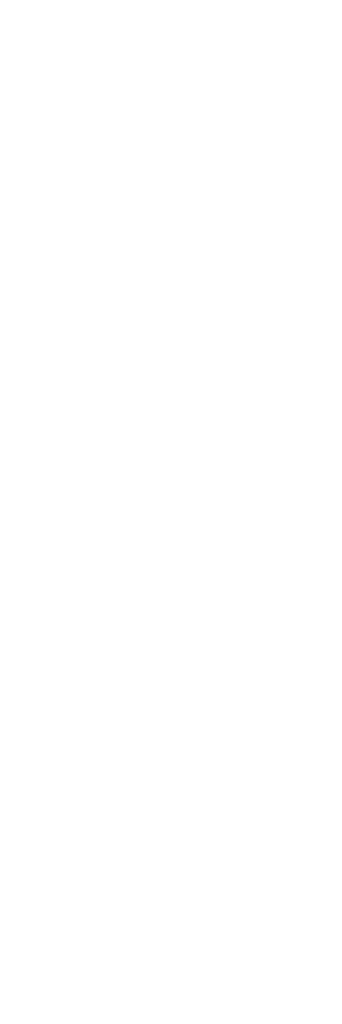
<source format=gbr>
G75*
G71*
%MOMM*%
%OFA0B0*%
%FSLAX53Y53*%
%IPPOS*%
%LPD*%
%ADD15C,0.30000*%
%ADD19C,0.10000*%
%ADD25C,0.50000*%
%ADD44C,0.15000*%
X0000000Y0000000D02*
G01*
D68*
D68*
X0000000Y0050292D02*
X0000000Y0000000D01*
X0040132Y0050292D02*
X0000000Y0050292D01*
X0040132Y0000000D02*
X0040132Y0050292D01*
X0000000Y0000000D02*
X0040132Y0000000D01*
X0000000Y0050292D02*
G01*
D68*
D68*
X0040132Y0050292D02*
X0000000Y0050292D01*
X0040132Y0050292D02*
X0040132Y0070104D01*
X0000000Y0070104D02*
X0040132Y0070104D01*
X0000000Y0050292D02*
X0000000Y0070104D01*
X0000000Y0070104D02*
G01*
D68*
D68*
X0000000Y0070104D02*
X0000000Y0079756D01*
X0040132Y0070104D02*
X0040132Y0079756D01*
X0000000Y0070104D02*
X0040132Y0070104D01*
X0000000Y0079756D02*
X0040132Y0079756D01*
X0000000Y0079756D02*
G01*
D68*
D68*
X0040132Y0079756D02*
X0000000Y0079756D01*
X0040132Y0119888D02*
X0040132Y0079756D01*
X0000000Y0119888D02*
X0040132Y0119888D01*
X0000000Y0079756D02*
X0000000Y0119888D01*
M02*

</source>
